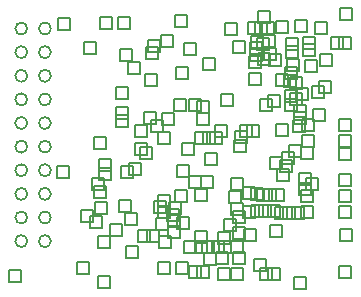
<source format=gbr>
%TF.GenerationSoftware,Altium Limited,Altium Designer,24.3.1 (35)*%
G04 Layer_Color=2752767*
%FSLAX45Y45*%
%MOMM*%
%TF.SameCoordinates,49A6F1C3-9DA9-4727-8ECF-3BB51FF8743F*%
%TF.FilePolarity,Positive*%
%TF.FileFunction,Drawing*%
%TF.Part,Single*%
G01*
G75*
%TA.AperFunction,NonConductor*%
%ADD129C,0.16933*%
%ADD131C,0.12700*%
D129*
X230800Y2326000D02*
G03*
X230800Y2326000I-50800J0D01*
G01*
Y2126000D02*
G03*
X230800Y2126000I-50800J0D01*
G01*
Y1926000D02*
G03*
X230800Y1926000I-50800J0D01*
G01*
Y1726000D02*
G03*
X230800Y1726000I-50800J0D01*
G01*
Y1526000D02*
G03*
X230800Y1526000I-50800J0D01*
G01*
Y1326000D02*
G03*
X230800Y1326000I-50800J0D01*
G01*
Y1126000D02*
G03*
X230800Y1126000I-50800J0D01*
G01*
X430800Y2326000D02*
G03*
X430800Y2326000I-50800J0D01*
G01*
Y2126000D02*
G03*
X430800Y2126000I-50800J0D01*
G01*
Y1926000D02*
G03*
X430800Y1926000I-50800J0D01*
G01*
Y1726000D02*
G03*
X430800Y1726000I-50800J0D01*
G01*
Y1526000D02*
G03*
X430800Y1526000I-50800J0D01*
G01*
Y1326000D02*
G03*
X430800Y1326000I-50800J0D01*
G01*
Y1126000D02*
G03*
X430800Y1126000I-50800J0D01*
G01*
X230800Y926000D02*
G03*
X230800Y926000I-50800J0D01*
G01*
Y726000D02*
G03*
X230800Y726000I-50800J0D01*
G01*
X430800Y926000D02*
G03*
X430800Y926000I-50800J0D01*
G01*
Y726000D02*
G03*
X430800Y726000I-50800J0D01*
G01*
X230800Y526000D02*
G03*
X230800Y526000I-50800J0D01*
G01*
X430800D02*
G03*
X430800Y526000I-50800J0D01*
G01*
D131*
X1479200Y2339200D02*
Y2440800D01*
X1580800D01*
Y2339200D01*
X1479200D01*
X2479200Y1449200D02*
Y1550800D01*
X2580800D01*
Y1449200D01*
X2479200D01*
X1953567Y961574D02*
Y1063174D01*
X2055167D01*
Y961574D01*
X1953567D01*
X1484095Y859910D02*
Y961510D01*
X1585695D01*
Y859910D01*
X1484095D01*
X1899252Y609252D02*
Y710852D01*
X2000852D01*
Y609252D01*
X1899252D01*
X1649200Y866700D02*
Y968300D01*
X1750800D01*
Y866700D01*
X1649200D01*
X1849200Y499200D02*
Y600800D01*
X1950800D01*
Y499200D01*
X1849200D01*
X2869200Y859200D02*
Y960800D01*
X2970800D01*
Y859200D01*
X2869200D01*
Y719200D02*
Y820800D01*
X2970800D01*
Y719200D01*
X2869200D01*
X2549200D02*
Y820800D01*
X2650800D01*
Y719200D01*
X2549200D01*
Y859200D02*
Y960800D01*
X2650800D01*
Y859200D01*
X2549200D01*
X2559200Y1319200D02*
Y1420800D01*
X2660800D01*
Y1319200D01*
X2559200D01*
Y1459200D02*
Y1560800D01*
X2660800D01*
Y1459200D01*
X2559200D01*
X2869200D02*
Y1560800D01*
X2970800D01*
Y1459200D01*
X2869200D01*
Y1319200D02*
Y1420800D01*
X2970800D01*
Y1319200D01*
X2869200D01*
X2059945Y884574D02*
Y986174D01*
X2161545D01*
Y884574D01*
X2059945D01*
X2122123Y871119D02*
Y972719D01*
X2223723D01*
Y871119D01*
X2122123D01*
X2271165Y733635D02*
Y835235D01*
X2372765D01*
Y733635D01*
X2271165D01*
X2289200Y559200D02*
Y660800D01*
X2390800D01*
Y559200D01*
X2289200D01*
X2237939Y867554D02*
Y969154D01*
X2339539D01*
Y867554D01*
X2237939D01*
X2179200D02*
Y969154D01*
X2280800D01*
Y867554D01*
X2179200D01*
X2191519Y732763D02*
Y834363D01*
X2293119D01*
Y732763D01*
X2191519D01*
X2126339Y733286D02*
Y834886D01*
X2227939D01*
Y733286D01*
X2126339D01*
X2299200Y869200D02*
Y970800D01*
X2400800D01*
Y869200D01*
X2299200D01*
X1494744Y627285D02*
Y728885D01*
X1596344D01*
Y627285D01*
X1494744D01*
X1649200Y509200D02*
Y610800D01*
X1750800D01*
Y509200D01*
X1649200D01*
X2872772Y214563D02*
Y316163D01*
X2974372D01*
Y214563D01*
X2872772D01*
X2489200Y119200D02*
Y220800D01*
X2590800D01*
Y119200D01*
X2489200D01*
X2879200Y529200D02*
Y630800D01*
X2980800D01*
Y529200D01*
X2879200D01*
Y2399200D02*
Y2500800D01*
X2980800D01*
Y2399200D01*
X2879200D01*
X1989200Y1359200D02*
Y1460800D01*
X2090800D01*
Y1359200D01*
X1989200D01*
X2029200Y1409200D02*
Y1510800D01*
X2130800D01*
Y1409200D01*
X2029200D01*
X829200Y129200D02*
Y230800D01*
X930800D01*
Y129200D01*
X829200D01*
X79200Y179200D02*
Y280800D01*
X180800D01*
Y179200D01*
X79200D01*
X2529200Y999200D02*
Y1100800D01*
X2630800D01*
Y999200D01*
X2529200D01*
X2369200Y1109200D02*
Y1210800D01*
X2470800D01*
Y1109200D01*
X2369200D01*
X2389200Y1179200D02*
Y1280800D01*
X2490800D01*
Y1179200D01*
X2389200D01*
X2549200Y1219200D02*
Y1320800D01*
X2650800D01*
Y1219200D01*
X2549200D01*
X2869200Y1209200D02*
Y1310800D01*
X2970800D01*
Y1209200D01*
X2869200D01*
Y989200D02*
Y1090800D01*
X2970800D01*
Y989200D01*
X2869200D01*
X2589200Y959200D02*
Y1060800D01*
X2690800D01*
Y959200D01*
X2589200D01*
X2529200Y919200D02*
Y1020800D01*
X2630800D01*
Y919200D01*
X2529200D01*
X2469200Y709200D02*
Y810800D01*
X2570800D01*
Y709200D01*
X2469200D01*
X2397691Y717252D02*
Y818852D01*
X2499291D01*
Y717252D01*
X2397691D01*
X2325366Y716032D02*
Y817632D01*
X2426966D01*
Y716032D01*
X2325366D01*
X1956212Y747418D02*
Y849018D01*
X2057812D01*
Y747418D01*
X1956212D01*
X999200Y2319200D02*
Y2420800D01*
X1100800D01*
Y2319200D01*
X999200D01*
X1819200Y1409200D02*
Y1510800D01*
X1920800D01*
Y1409200D01*
X1819200D01*
X1779200Y1349200D02*
Y1450800D01*
X1880800D01*
Y1349200D01*
X1779200D01*
X1714437Y1350131D02*
Y1451731D01*
X1816037D01*
Y1350131D01*
X1714437D01*
X1649200Y1349200D02*
Y1450800D01*
X1750800D01*
Y1349200D01*
X1649200D01*
X979689Y1556365D02*
Y1657965D01*
X1081289D01*
Y1556365D01*
X979689D01*
X978685Y1489126D02*
Y1590726D01*
X1080285D01*
Y1489126D01*
X978685D01*
X979200Y1729200D02*
Y1830800D01*
X1080800D01*
Y1729200D01*
X979200D01*
X1224652Y1843459D02*
Y1945059D01*
X1326252D01*
Y1843459D01*
X1224652D01*
X1221721Y1520493D02*
Y1622093D01*
X1323321D01*
Y1520493D01*
X1221721D01*
X1279200Y1449200D02*
Y1550800D01*
X1380800D01*
Y1449200D01*
X1279200D01*
X1372947Y1508184D02*
Y1609784D01*
X1474547D01*
Y1508184D01*
X1372947D01*
X1139200Y1409200D02*
Y1510800D01*
X1240800D01*
Y1409200D01*
X1139200D01*
X1424715Y642496D02*
Y744096D01*
X1526315D01*
Y642496D01*
X1424715D01*
X1415176Y699199D02*
Y800799D01*
X1516776D01*
Y699199D01*
X1415176D01*
X1426700Y758026D02*
Y859626D01*
X1528300D01*
Y758026D01*
X1426700D01*
X2340615Y1842759D02*
Y1944359D01*
X2442215D01*
Y1842759D01*
X2340615D01*
X1826304Y333939D02*
Y435539D01*
X1927904D01*
Y333939D01*
X1826304D01*
X1979833Y1278828D02*
Y1380428D01*
X2081433D01*
Y1278828D01*
X1979833D01*
X1969200Y2119200D02*
Y2220800D01*
X2070800D01*
Y2119200D01*
X1969200D01*
X2459292Y1816294D02*
Y1917894D01*
X2560892D01*
Y1816294D01*
X2459292D01*
X1059200Y659200D02*
Y760800D01*
X1160800D01*
Y659200D01*
X1059200D01*
X1169200Y519200D02*
Y620800D01*
X1270800D01*
Y519200D01*
X1169200D01*
X1069200Y379200D02*
Y480800D01*
X1170800D01*
Y379200D01*
X1069200D01*
X1489200Y1899200D02*
Y2000800D01*
X1590800D01*
Y1899200D01*
X1489200D01*
X1559200Y2099200D02*
Y2200800D01*
X1660800D01*
Y2099200D01*
X1559200D01*
X839200Y1119200D02*
Y1220800D01*
X940800D01*
Y1119200D01*
X839200D01*
X799252Y889252D02*
Y990852D01*
X900852D01*
Y889252D01*
X799252D01*
X929148Y569148D02*
Y670748D01*
X1030748D01*
Y569148D01*
X929148D01*
X1008492Y769200D02*
Y870800D01*
X1110092D01*
Y769200D01*
X1008492D01*
X805002Y752028D02*
Y853628D01*
X906602D01*
Y752028D01*
X805002D01*
X836607Y1046133D02*
Y1147733D01*
X938207D01*
Y1046133D01*
X836607D01*
X649200Y249200D02*
Y350800D01*
X750800D01*
Y249200D01*
X649200D01*
X1469200Y1629200D02*
Y1730800D01*
X1570800D01*
Y1629200D01*
X1469200D01*
X1139200Y1259200D02*
Y1360800D01*
X1240800D01*
Y1259200D01*
X1139200D01*
X1339200Y1349200D02*
Y1450800D01*
X1440800D01*
Y1349200D01*
X1339200D01*
X1189200Y1219200D02*
Y1320800D01*
X1290800D01*
Y1219200D01*
X1189200D01*
X1669200Y1509200D02*
Y1610800D01*
X1770800D01*
Y1509200D01*
X1669200D01*
X1665435Y1610034D02*
Y1711634D01*
X1767035D01*
Y1610034D01*
X1665435D01*
X759200Y639200D02*
Y740800D01*
X860800D01*
Y639200D01*
X759200D01*
X2289200Y1139200D02*
Y1240800D01*
X2390800D01*
Y1139200D01*
X2289200D01*
X2489200Y1519200D02*
Y1620800D01*
X2590800D01*
Y1519200D01*
X2489200D01*
X1941700Y849199D02*
Y950799D01*
X2043300D01*
Y849199D01*
X1941700D01*
X2349200Y1039200D02*
Y1140800D01*
X2450800D01*
Y1039200D01*
X2349200D01*
X2447776Y1241024D02*
Y1342624D01*
X2549376D01*
Y1241024D01*
X2447776D01*
X1018375Y2051486D02*
Y2153086D01*
X1119975D01*
Y2051486D01*
X1018375D01*
X1250477Y2125583D02*
Y2227183D01*
X1352077D01*
Y2125583D01*
X1250477D01*
X1239200Y2069200D02*
Y2170800D01*
X1340800D01*
Y2069200D01*
X1239200D01*
X486766Y2310011D02*
Y2411611D01*
X588366D01*
Y2310011D01*
X486766D01*
X1021700Y1059200D02*
Y1160800D01*
X1123300D01*
Y1059200D01*
X1021700D01*
X1089200Y1089200D02*
Y1190800D01*
X1190800D01*
Y1089200D01*
X1089200D01*
X484022Y1060102D02*
Y1161702D01*
X585622D01*
Y1060102D01*
X484022D01*
X1849200Y199200D02*
Y300800D01*
X1950800D01*
Y199200D01*
X1849200D01*
X1959200D02*
Y300800D01*
X2060800D01*
Y199200D01*
X1959200D01*
X2149200Y269200D02*
Y370800D01*
X2250800D01*
Y269200D01*
X2149200D01*
X2059436Y718424D02*
Y820024D01*
X2161036D01*
Y718424D01*
X2059436D01*
X1973576Y678586D02*
Y780186D01*
X2075176D01*
Y678586D01*
X1973576D01*
X1739200Y1169200D02*
Y1270800D01*
X1840800D01*
Y1169200D01*
X1739200D01*
X2339200Y1419200D02*
Y1520800D01*
X2440800D01*
Y1419200D01*
X2339200D01*
X779200Y959200D02*
Y1060800D01*
X880800D01*
Y959200D01*
X779200D01*
X799200Y1303374D02*
Y1404974D01*
X900800D01*
Y1303374D01*
X799200D01*
X1539287Y1258739D02*
Y1360339D01*
X1640887D01*
Y1258739D01*
X1539287D01*
X1339728Y815649D02*
Y917249D01*
X1441328D01*
Y815649D01*
X1339728D01*
X1341458Y721705D02*
Y823305D01*
X1443058D01*
Y721705D01*
X1341458D01*
X1306261Y767174D02*
Y868774D01*
X1407861D01*
Y767174D01*
X1306261D01*
X2654200Y1544200D02*
Y1645800D01*
X2755800D01*
Y1544200D01*
X2654200D01*
X2489200Y1579200D02*
Y1680800D01*
X2590800D01*
Y1579200D01*
X2489200D01*
X2203993Y1629004D02*
Y1730604D01*
X2305593D01*
Y1629004D01*
X2203993D01*
X2409200Y1629200D02*
Y1730800D01*
X2510800D01*
Y1629200D01*
X2409200D01*
X2639200Y1739200D02*
Y1840800D01*
X2740800D01*
Y1739200D01*
X2639200D01*
X2199200Y199200D02*
Y300800D01*
X2300800D01*
Y199200D01*
X2199200D01*
X2264978Y197300D02*
Y298900D01*
X2366578D01*
Y197300D01*
X2264978D01*
X1339200Y243939D02*
Y345539D01*
X1440800D01*
Y243939D01*
X1339200D01*
X1489200D02*
Y345539D01*
X1590800D01*
Y243939D01*
X1489200D01*
X1599200Y216438D02*
Y318038D01*
X1700800D01*
Y216438D01*
X1599200D01*
X1669200D02*
Y318038D01*
X1770800D01*
Y216438D01*
X1669200D01*
X2699200Y1779200D02*
Y1880800D01*
X2800800D01*
Y1779200D01*
X2699200D01*
X2709200Y2009200D02*
Y2110800D01*
X2810800D01*
Y2009200D01*
X2709200D01*
X2799200Y2149200D02*
Y2250800D01*
X2900800D01*
Y2149200D01*
X2799200D01*
X2869200D02*
Y2250800D01*
X2970800D01*
Y2149200D01*
X2869200D01*
X2669200Y2279200D02*
Y2380800D01*
X2770800D01*
Y2279200D01*
X2669200D01*
X1499200Y1069200D02*
Y1170800D01*
X1600800D01*
Y1069200D01*
X1499200D01*
X1792482Y426699D02*
Y528299D01*
X1894082D01*
Y426699D01*
X1792482D01*
X1240986Y521574D02*
Y623174D01*
X1342586D01*
Y521574D01*
X1240986D01*
X1319200Y619200D02*
Y720800D01*
X1420800D01*
Y619200D01*
X1319200D01*
X1600792Y973757D02*
Y1075357D01*
X1702392D01*
Y973757D01*
X1600792D01*
X1971700Y547134D02*
Y648734D01*
X2073300D01*
Y547134D01*
X1971700D01*
X1959200Y429200D02*
Y530800D01*
X2060800D01*
Y429200D01*
X1959200D01*
X2063452Y523130D02*
Y624730D01*
X2165052D01*
Y523130D01*
X2063452D01*
X1727189Y325011D02*
Y426611D01*
X1828789D01*
Y325011D01*
X1727189D01*
X1559200Y426699D02*
Y528299D01*
X1660800D01*
Y426699D01*
X1559200D01*
X1603624Y1625618D02*
Y1727218D01*
X1705224D01*
Y1625618D01*
X1603624D01*
X1080700Y1941312D02*
Y2042912D01*
X1182300D01*
Y1941312D01*
X1080700D01*
X849200Y2319200D02*
Y2420800D01*
X950800D01*
Y2319200D01*
X849200D01*
X1423293Y553901D02*
Y655501D01*
X1524893D01*
Y553901D01*
X1423293D01*
X829200Y469200D02*
Y570800D01*
X930800D01*
Y469200D01*
X829200D01*
X1359765Y2173043D02*
Y2274643D01*
X1461365D01*
Y2173043D01*
X1359765D01*
X1974202Y329199D02*
Y430799D01*
X2075802D01*
Y329199D01*
X1974202D01*
X2272171Y1657593D02*
Y1759193D01*
X2373771D01*
Y1657593D01*
X2272171D01*
X2335052Y2287819D02*
Y2389419D01*
X2436652D01*
Y2287819D01*
X2335052D01*
X2109148Y1849252D02*
Y1950852D01*
X2210748D01*
Y1849252D01*
X2109148D01*
X2278577Y2011856D02*
Y2113456D01*
X2380177D01*
Y2011856D01*
X2278577D01*
X2231087Y2058528D02*
Y2160128D01*
X2332687D01*
Y2058528D01*
X2231087D01*
X2188372Y2020036D02*
Y2121636D01*
X2289972D01*
Y2020036D01*
X2188372D01*
X2230258Y2167765D02*
Y2269365D01*
X2331858D01*
Y2167765D01*
X2230258D01*
X2177023Y2143678D02*
Y2245278D01*
X2278623D01*
Y2143678D01*
X2177023D01*
X2123031Y2164199D02*
Y2265799D01*
X2224631D01*
Y2164199D01*
X2123031D01*
X2408698Y1705262D02*
Y1806862D01*
X2510298D01*
Y1705262D01*
X2408698D01*
X2403654Y1832276D02*
Y1933876D01*
X2505254D01*
Y1832276D01*
X2403654D01*
X2414099Y1894797D02*
Y1996397D01*
X2515699D01*
Y1894797D01*
X2414099D01*
X2433488Y1963521D02*
Y2065121D01*
X2535088D01*
Y1963521D01*
X2433488D01*
X1869200Y1669200D02*
Y1770800D01*
X1970800D01*
Y1669200D01*
X1869200D01*
X2502960Y1721401D02*
Y1823001D01*
X2604560D01*
Y1721401D01*
X2502960D01*
X2186583Y2369739D02*
Y2471339D01*
X2288183D01*
Y2369739D01*
X2186583D01*
X2099433Y2281355D02*
Y2382955D01*
X2201033D01*
Y2281355D01*
X2099433D01*
X2156880Y2283841D02*
Y2385441D01*
X2258480D01*
Y2283841D01*
X2156880D01*
X2115133Y2107244D02*
Y2208844D01*
X2216733D01*
Y2107244D01*
X2115133D01*
X2116262Y2049755D02*
Y2151355D01*
X2217862D01*
Y2049755D01*
X2116262D01*
X2222247Y2283028D02*
Y2384628D01*
X2323847D01*
Y2283028D01*
X2222247D01*
X2089148Y1409252D02*
Y1510852D01*
X2190748D01*
Y1409252D01*
X2089148D01*
X1649995Y424418D02*
Y526018D01*
X1751595D01*
Y424418D01*
X1649995D01*
X1707482Y425634D02*
Y527234D01*
X1809082D01*
Y425634D01*
X1707482D01*
X1699508Y972789D02*
Y1074389D01*
X1801108D01*
Y972789D01*
X1699508D01*
X2496700Y2299200D02*
Y2400800D01*
X2598300D01*
Y2299200D01*
X2496700D01*
X710729Y2109491D02*
Y2211091D01*
X812329D01*
Y2109491D01*
X710729D01*
X1348115Y470516D02*
Y572116D01*
X1449715D01*
Y470516D01*
X1348115D01*
X689200Y690898D02*
Y792498D01*
X790800D01*
Y690898D01*
X689200D01*
X1719200Y1973982D02*
Y2075582D01*
X1820800D01*
Y1973982D01*
X1719200D01*
X2569200Y2149200D02*
Y2250800D01*
X2670800D01*
Y2149200D01*
X2569200D01*
Y2089200D02*
Y2190800D01*
X2670800D01*
Y2089200D01*
X2569200D01*
X2579200Y1959200D02*
Y2060800D01*
X2680800D01*
Y1959200D01*
X2579200D01*
X2104797Y1993410D02*
Y2095010D01*
X2206397D01*
Y1993410D01*
X2104797D01*
X1851265Y426699D02*
Y528299D01*
X1952865D01*
Y426699D01*
X1851265D01*
X2459415Y1676464D02*
Y1778064D01*
X2561015D01*
Y1676464D01*
X2459415D01*
X1901758Y2274200D02*
Y2375800D01*
X2003358D01*
Y2274200D01*
X1901758D01*
X2417252Y2142754D02*
Y2244354D01*
X2518852D01*
Y2142754D01*
X2417252D01*
X2419200Y2079200D02*
Y2180800D01*
X2520800D01*
Y2079200D01*
X2419200D01*
%TF.MD5,ffcb63c30dc2651441b08a1d2f2f149d*%
M02*

</source>
